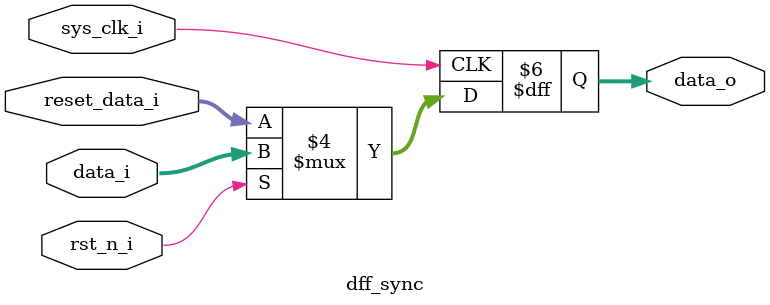
<source format=v>
`timescale 1ns/1ps
module dff_sync #(
    parameter                           DATA_WIDTH = 32             
) (
    input  wire                         sys_clk_i                  ,
    input  wire                         rst_n_i                    ,
    input  wire        [DATA_WIDTH-1:0] reset_data_i               ,
    input  wire        [DATA_WIDTH-1:0] data_i                     ,
    output reg         [DATA_WIDTH-1:0] data_o                      
);
always @(posedge sys_clk_i)begin
    if(!rst_n_i)
        data_o <= reset_data_i;
    else
        data_o <= data_i;
end
endmodule
</source>
